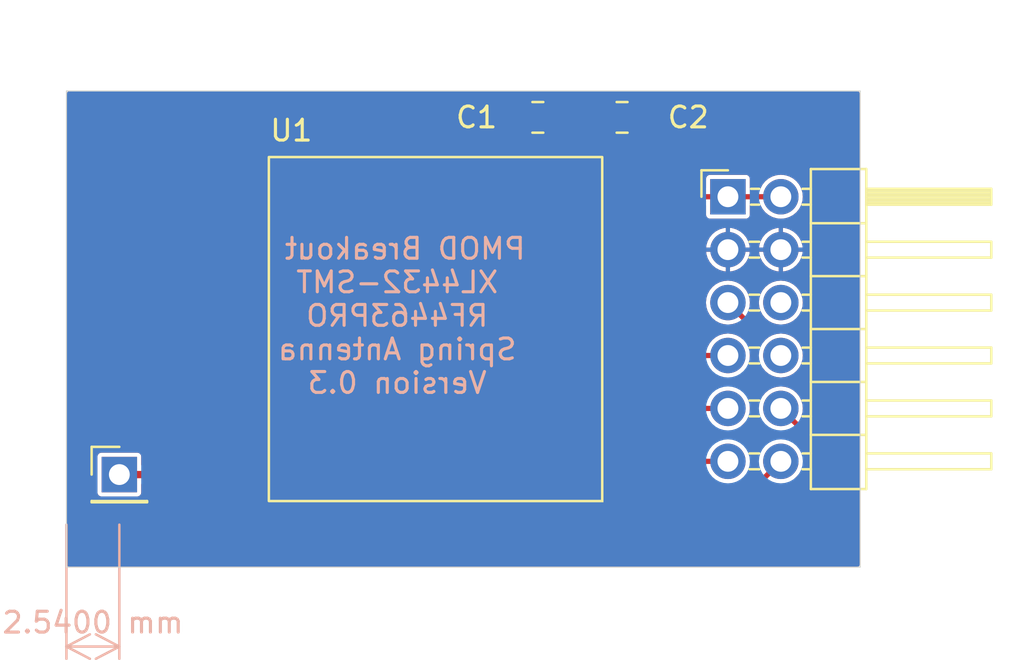
<source format=kicad_pcb>
(kicad_pcb (version 20221018) (generator pcbnew)
  (layers (0 "F.Cu" signal) (31 "B.Cu" signal) (34 "B.Paste" user) (35 "F.Paste" user) (36 "B.SilkS" user "B.Silkscreen") (37 "F.SilkS" user "F.Silkscreen") (38 "B.Mask" user) (39 "F.Mask" user) (44 "Edge.Cuts" user))
  (net 0 "")
  (net 1 "GND")
  (net 2 "nRESET")
  (net 3 "nCS")
  (net 4 "SCK")
  (net 5 "MOSI")
  (net 6 "MISO")
  (net 7 "VCC")
  (net 10 "Net-(J2-Pin_1)")
  (net 13 "IRQ")
  (footprint "Connector_PinHeader_2.54mm:PinHeader_2x06_P2.54mm_Horizontal" (layer "F.Cu") (at 149.86 43.18)
    (fp_text reference "J1" hide)
    (fp_text value "Conn_02x06_Odd_Even")
    (fp_line (start -1.27 -1.27) (end 0 -1.27) (stroke (width 0.12)) (layer "F.SilkS"))
    (fp_line (start -1.27 0) (end -1.27 -1.27) (stroke (width 0.12)) (layer "F.SilkS"))
    (fp_line (start 1.042929 2.16) (end 1.497071 2.16) (stroke (width 0.12)) (layer "F.SilkS"))
    (fp_line (start 1.042929 2.92) (end 1.497071 2.92) (stroke (width 0.12)) (layer "F.SilkS"))
    (fp_line (start 1.042929 4.7) (end 1.497071 4.7) (stroke (width 0.12)) (layer "F.SilkS"))
    (fp_line (start 1.042929 5.46) (end 1.497071 5.46) (stroke (width 0.12)) (layer "F.SilkS"))
    (fp_line (start 1.042929 7.24) (end 1.497071 7.24) (stroke (width 0.12)) (layer "F.SilkS"))
    (fp_line (start 1.042929 8) (end 1.497071 8) (stroke (width 0.12)) (layer "F.SilkS"))
    (fp_line (start 1.042929 9.78) (end 1.497071 9.78) (stroke (width 0.12)) (layer "F.SilkS"))
    (fp_line (start 1.042929 10.54) (end 1.497071 10.54) (stroke (width 0.12)) (layer "F.SilkS"))
    (fp_line (start 1.042929 12.32) (end 1.497071 12.32) (stroke (width 0.12)) (layer "F.SilkS"))
    (fp_line (start 1.042929 13.08) (end 1.497071 13.08) (stroke (width 0.12)) (layer "F.SilkS"))
    (fp_line (start 1.11 -0.38) (end 1.497071 -0.38) (stroke (width 0.12)) (layer "F.SilkS"))
    (fp_line (start 1.11 0.38) (end 1.497071 0.38) (stroke (width 0.12)) (layer "F.SilkS"))
    (fp_line (start 3.582929 -0.38) (end 3.98 -0.38) (stroke (width 0.12)) (layer "F.SilkS"))
    (fp_line (start 3.582929 0.38) (end 3.98 0.38) (stroke (width 0.12)) (layer "F.SilkS"))
    (fp_line (start 3.582929 2.16) (end 3.98 2.16) (stroke (width 0.12)) (layer "F.SilkS"))
    (fp_line (start 3.582929 2.92) (end 3.98 2.92) (stroke (width 0.12)) (layer "F.SilkS"))
    (fp_line (start 3.582929 4.7) (end 3.98 4.7) (stroke (width 0.12)) (layer "F.SilkS"))
    (fp_line (start 3.582929 5.46) (end 3.98 5.46) (stroke (width 0.12)) (layer "F.SilkS"))
    (fp_line (start 3.582929 7.24) (end 3.98 7.24) (stroke (width 0.12)) (layer "F.SilkS"))
    (fp_line (start 3.582929 8) (end 3.98 8) (stroke (width 0.12)) (layer "F.SilkS"))
    (fp_line (start 3.582929 9.78) (end 3.98 9.78) (stroke (width 0.12)) (layer "F.SilkS"))
    (fp_line (start 3.582929 10.54) (end 3.98 10.54) (stroke (width 0.12)) (layer "F.SilkS"))
    (fp_line (start 3.582929 12.32) (end 3.98 12.32) (stroke (width 0.12)) (layer "F.SilkS"))
    (fp_line (start 3.582929 13.08) (end 3.98 13.08) (stroke (width 0.12)) (layer "F.SilkS"))
    (fp_line (start 3.98 -1.33) (end 3.98 14.03) (stroke (width 0.12)) (layer "F.SilkS"))
    (fp_line (start 3.98 1.27) (end 6.64 1.27) (stroke (width 0.12)) (layer "F.SilkS"))
    (fp_line (start 3.98 3.81) (end 6.64 3.81) (stroke (width 0.12)) (layer "F.SilkS"))
    (fp_line (start 3.98 6.35) (end 6.64 6.35) (stroke (width 0.12)) (layer "F.SilkS"))
    (fp_line (start 3.98 8.89) (end 6.64 8.89) (stroke (width 0.12)) (layer "F.SilkS"))
    (fp_line (start 3.98 11.43) (end 6.64 11.43) (stroke (width 0.12)) (layer "F.SilkS"))
    (fp_line (start 3.98 14.03) (end 6.64 14.03) (stroke (width 0.12)) (layer "F.SilkS"))
    (fp_line (start 6.64 -1.33) (end 3.98 -1.33) (stroke (width 0.12)) (layer "F.SilkS"))
    (fp_line (start 6.64 -0.38) (end 12.64 -0.38) (stroke (width 0.12)) (layer "F.SilkS"))
    (fp_line (start 6.64 -0.32) (end 12.64 -0.32) (stroke (width 0.12)) (layer "F.SilkS"))
    (fp_line (start 6.64 -0.2) (end 12.64 -0.2) (stroke (width 0.12)) (layer "F.SilkS"))
    (fp_line (start 6.64 -0.08) (end 12.64 -0.08) (stroke (width 0.12)) (layer "F.SilkS"))
    (fp_line (start 6.64 0.04) (end 12.64 0.04) (stroke (width 0.12)) (layer "F.SilkS"))
    (fp_line (start 6.64 0.16) (end 12.64 0.16) (stroke (width 0.12)) (layer "F.SilkS"))
    (fp_line (start 6.64 0.28) (end 12.64 0.28) (stroke (width 0.12)) (layer "F.SilkS"))
    (fp_line (start 6.64 2.16) (end 12.64 2.16) (stroke (width 0.12)) (layer "F.SilkS"))
    (fp_line (start 6.64 4.7) (end 12.64 4.7) (stroke (width 0.12)) (layer "F.SilkS"))
    (fp_line (start 6.64 7.24) (end 12.64 7.24) (stroke (width 0.12)) (layer "F.SilkS"))
    (fp_line (start 6.64 9.78) (end 12.64 9.78) (stroke (width 0.12)) (layer "F.SilkS"))
    (fp_line (start 6.64 12.32) (end 12.64 12.32) (stroke (width 0.12)) (layer "F.SilkS"))
    (fp_line (start 6.64 14.03) (end 6.64 -1.33) (stroke (width 0.12)) (layer "F.SilkS"))
    (fp_line (start 12.64 -0.38) (end 12.64 0.38) (stroke (width 0.12)) (layer "F.SilkS"))
    (fp_line (start 12.64 0.38) (end 6.64 0.38) (stroke (width 0.12)) (layer "F.SilkS"))
    (fp_line (start 12.64 2.16) (end 12.64 2.92) (stroke (width 0.12)) (layer "F.SilkS"))
    (fp_line (start 12.64 2.92) (end 6.64 2.92) (stroke (width 0.12)) (layer "F.SilkS"))
    (fp_line (start 12.64 4.7) (end 12.64 5.46) (stroke (width 0.12)) (layer "F.SilkS"))
    (fp_line (start 12.64 5.46) (end 6.64 5.46) (stroke (width 0.12)) (layer "F.SilkS"))
    (fp_line (start 12.64 7.24) (end 12.64 8) (stroke (width 0.12)) (layer "F.SilkS"))
    (fp_line (start 12.64 8) (end 6.64 8) (stroke (width 0.12)) (layer "F.SilkS"))
    (fp_line (start 12.64 9.78) (end 12.64 10.54) (stroke (width 0.12)) (layer "F.SilkS"))
    (fp_line (start 12.64 10.54) (end 6.64 10.54) (stroke (width 0.12)) (layer "F.SilkS"))
    (fp_line (start 12.64 12.32) (end 12.64 13.08) (stroke (width 0.12)) (layer "F.SilkS"))
    (fp_line (start 12.64 13.08) (end 6.64 13.08) (stroke (width 0.12)) (layer "F.SilkS"))
    (pad "1" thru_hole rect (at 0 0) (size 1.7 1.7) (drill 1) (layers "*.Cu" "*.Mask") (net 7 "VCC"))
    (pad "2" thru_hole oval (at 2.54 0) (size 1.7 1.7) (drill 1) (layers "*.Cu" "*.Mask") (net 7 "VCC"))
    (pad "3" thru_hole oval (at 0 2.54) (size 1.7 1.7) (drill 1) (layers "*.Cu" "*.Mask") (net 1 "GND"))
    (pad "4" thru_hole oval (at 2.54 2.54) (size 1.7 1.7) (drill 1) (layers "*.Cu" "*.Mask") (net 1 "GND"))
    (pad "5" thru_hole oval (at 0 5.08) (size 1.7 1.7) (drill 1) (layers "*.Cu" "*.Mask") (net 4 "SCK"))
    (pad "6" thru_hole oval (at 2.54 5.08) (size 1.7 1.7) (drill 1) (layers "*.Cu" "*.Mask"))
    (pad "7" thru_hole oval (at 0 7.62) (size 1.7 1.7) (drill 1) (layers "*.Cu" "*.Mask") (net 6 "MISO"))
    (pad "8" thru_hole oval (at 2.54 7.62) (size 1.7 1.7) (drill 1) (layers "*.Cu" "*.Mask"))
    (pad "9" thru_hole oval (at 0 10.16) (size 1.7 1.7) (drill 1) (layers "*.Cu" "*.Mask") (net 5 "MOSI"))
    (pad "10" thru_hole oval (at 2.54 10.16) (size 1.7 1.7) (drill 1) (layers "*.Cu" "*.Mask") (net 2 "nRESET"))
    (pad "11" thru_hole oval (at 0 12.7) (size 1.7 1.7) (drill 1) (layers "*.Cu" "*.Mask") (net 3 "nCS"))
    (pad "12" thru_hole oval (at 2.54 12.7) (size 1.7 1.7) (drill 1) (layers "*.Cu" "*.Mask") (net 13 "IRQ"))
  )
  (footprint "AvS_Modules:AS4432-SMD" (layer "F.Cu") (at 135.89 50.165 180)
    (fp_text reference "U1" (at 6.985 10.16 unlocked) (layer "F.SilkS"))
    (fp_text value "AS4432-SMD")
    (fp_rect (start -7.9365 -7.62) (end 8.0635 8.89) (stroke (width 0.12)) (fill none) (layer "F.SilkS"))
    (pad "1" smd roundrect (at -8.25 7.62 180) (size 2 1) (layers "F.Cu" "F.Paste" "F.Mask") (net 1 "GND"))
    (pad "2" smd roundrect (at -8.25 6.35 180) (size 2 1) (layers "F.Cu" "F.Paste" "F.Mask"))
    (pad "3" smd roundrect (at -8.25 5.08 180) (size 2 1) (layers "F.Cu" "F.Paste" "F.Mask"))
    (pad "4" smd roundrect (at -8.25 3.81 180) (size 2 1) (layers "F.Cu" "F.Paste" "F.Mask"))
    (pad "5" smd roundrect (at -8.25 2.54 180) (size 2 1) (layers "F.Cu" "F.Paste" "F.Mask") (net 7 "VCC"))
    (pad "6" smd roundrect (at -8.25 1.27 180) (size 2 1) (layers "F.Cu" "F.Paste" "F.Mask") (net 6 "MISO"))
    (pad "7" smd roundrect (at -8.25 0 180) (size 2 1) (layers "F.Cu" "F.Paste" "F.Mask") (net 5 "MOSI"))
    (pad "8" smd roundrect (at -8.25 -1.27 180) (size 2 1) (layers "F.Cu" "F.Paste" "F.Mask") (net 4 "SCK"))
    (pad "9" smd roundrect (at -8.25 -2.54 180) (size 2 1) (layers "F.Cu" "F.Paste" "F.Mask") (net 3 "nCS"))
    (pad "10" smd roundrect (at -8.25 -3.81 180) (size 2 1) (layers "F.Cu" "F.Paste" "F.Mask") (net 13 "IRQ"))
    (pad "11" smd roundrect (at -8.25 -5.08 180) (size 2 1) (layers "F.Cu" "F.Paste" "F.Mask") (net 2 "nRESET"))
    (pad "12" smd roundrect (at -8.25 -6.35 180) (size 2 1) (layers "F.Cu" "F.Paste" "F.Mask") (net 1 "GND"))
    (pad "13" smd roundrect (at 8.25 -6.35 180) (size 2 1) (layers "F.Cu" "F.Paste" "F.Mask") (net 10 "Net-(J2-Pin_1)"))
    (pad "14" smd roundrect (at 8.25 -5.08 180) (size 2 1) (layers "F.Cu" "F.Paste" "F.Mask") (net 1 "GND"))
  )
  (footprint "Capacitor_SMD:C_0805_2012Metric_Pad1.18x1.45mm_HandSolder" (layer "F.Cu") (at 140.7375 39.37 180)
    (fp_text reference "C1" (at 2.9425 0) (layer "F.SilkS"))
    (fp_text value "C_Small")
    (fp_line (start -0.261252 -0.735) (end 0.261252 -0.735) (stroke (width 0.12)) (layer "F.SilkS"))
    (fp_line (start -0.261252 0.735) (end 0.261252 0.735) (stroke (width 0.12)) (layer "F.SilkS"))
    (pad "1" smd roundrect (at -1.0375 0 180) (size 1.175 1.45) (layers "F.Cu" "F.Paste" "F.Mask") (roundrect_rratio 0.2127659574) (net 7 "VCC"))
    (pad "2" smd roundrect (at 1.0375 0 180) (size 1.175 1.45) (layers "F.Cu" "F.Paste" "F.Mask") (roundrect_rratio 0.2127659574) (net 1 "GND"))
  )
  (footprint "Capacitor_SMD:C_0805_2012Metric_Pad1.18x1.45mm_HandSolder" (layer "F.Cu") (at 144.78 39.37)
    (fp_text reference "C2" (at 3.175 0) (layer "F.SilkS"))
    (fp_text value "C_Small")
    (fp_line (start -0.261252 -0.735) (end 0.261252 -0.735) (stroke (width 0.12)) (layer "F.SilkS"))
    (fp_line (start -0.261252 0.735) (end 0.261252 0.735) (stroke (width 0.12)) (layer "F.SilkS"))
    (pad "1" smd roundrect (at -1.0375 0) (size 1.175 1.45) (layers "F.Cu" "F.Paste" "F.Mask") (roundrect_rratio 0.2127659574) (net 7 "VCC"))
    (pad "2" smd roundrect (at 1.0375 0) (size 1.175 1.45) (layers "F.Cu" "F.Paste" "F.Mask") (roundrect_rratio 0.2127659574) (net 1 "GND"))
  )
  (footprint "Connector_PinHeader_2.54mm:PinHeader_1x01_P2.54mm_Vertical" (layer "F.Cu") (at 120.65 56.515)
    (fp_text reference "J2" hide)
    (fp_text value "Conn_01x01")
    (fp_line (start -1.33 -1.33) (end 0 -1.33) (stroke (width 0.12)) (layer "F.SilkS"))
    (fp_line (start -1.33 0) (end -1.33 -1.33) (stroke (width 0.12)) (layer "F.SilkS"))
    (fp_line (start -1.33 1.27) (end -1.33 1.33) (stroke (width 0.12)) (layer "F.SilkS"))
    (fp_line (start -1.33 1.27) (end 1.33 1.27) (stroke (width 0.12)) (layer "F.SilkS"))
    (fp_line (start -1.33 1.33) (end 1.33 1.33) (stroke (width 0.12)) (layer "F.SilkS"))
    (fp_line (start 1.33 1.27) (end 1.33 1.33) (stroke (width 0.12)) (layer "F.SilkS"))
    (pad "1" thru_hole rect (at 0 0) (size 1.7 1.7) (drill 1) (layers "*.Cu" "*.Mask") (net 10 "Net-(J2-Pin_1)"))
  )
  (gr_rect (start 118.11 38.1) (end 156.21 60.96) (stroke (width 0.05)) (fill none) (layer "Edge.Cuts"))
  (gr_text "PMOD Breakout \nXL4432-SMT\nRF4463PRO\nSpring Antenna\nVersion 0.3" (at 133.985 48.895) (layer "B.SilkS") (effects (font (size 1 1)) (justify mirror)))
  (dimension (type aligned) (layer "B.SilkS") (pts (xy 120.65 58.42) (xy 118.11 58.42)) (height -6.35) (gr_text "2,5400 mm" (at 119.38 63.62) (layer "B.SilkS") (effects (font (size 1 1) (thickness 0.15)))) (format (prefix "") (suffix "") (units 3) (units_format 1) (precision 4)) (style (thickness 0.12) (arrow_length 1.27) (text_position_mode 0) (extension_height 0.58642) (extension_offset 0.5) keep_text_aligned))
  (segment (start 153.67 54.61) (end 152.4 53.34) (width 0.25) (layer "F.Cu") (net 2))
  (segment (start 153.67 56.271701) (end 153.67 54.61) (width 0.25) (layer "F.Cu") (net 2))
  (segment (start 147.955 58.42) (end 151.521701 58.42) (width 0.25) (layer "F.Cu") (net 2))
  (segment (start 151.521701 58.42) (end 153.67 56.271701) (width 0.25) (layer "F.Cu") (net 2))
  (segment (start 144.14 55.245) (end 144.78 55.245) (width 0.25) (layer "F.Cu") (net 2))
  (segment (start 144.78 55.245) (end 147.955 58.42) (width 0.25) (layer "F.Cu") (net 2))
  (segment (start 144.78 52.705) (end 144.14 52.705) (width 0.25) (layer "F.Cu") (net 3))
  (segment (start 147.955 55.88) (end 144.78 52.705) (width 0.25) (layer "F.Cu") (net 3))
  (segment (start 149.86 55.88) (end 147.955 55.88) (width 0.25) (layer "F.Cu") (net 3))
  (segment (start 144.14 51.435) (end 144.78 51.435) (width 0.25) (layer "F.Cu") (net 4))
  (segment (start 150.251701 54.61) (end 151.035 53.826701) (width 0.25) (layer "F.Cu") (net 4))
  (segment (start 151.035 53.826701) (end 151.035 49.435) (width 0.25) (layer "F.Cu") (net 4))
  (segment (start 144.78 51.435) (end 147.955 54.61) (width 0.25) (layer "F.Cu") (net 4))
  (segment (start 147.955 54.61) (end 150.251701 54.61) (width 0.25) (layer "F.Cu") (net 4))
  (segment (start 151.035 49.435) (end 149.86 48.26) (width 0.25) (layer "F.Cu") (net 4))
  (segment (start 144.78 50.165) (end 144.14 50.165) (width 0.25) (layer "F.Cu") (net 5))
  (segment (start 149.86 53.34) (end 147.955 53.34) (width 0.25) (layer "F.Cu") (net 5))
  (segment (start 147.955 53.34) (end 144.78 50.165) (width 0.25) (layer "F.Cu") (net 5))
  (segment (start 147.955 50.8) (end 146.05 48.895) (width 0.25) (layer "F.Cu") (net 6))
  (segment (start 149.86 50.8) (end 147.955 50.8) (width 0.25) (layer "F.Cu") (net 6))
  (segment (start 146.05 48.895) (end 144.14 48.895) (width 0.25) (layer "F.Cu") (net 6))
  (segment (start 143.596827 47.625) (end 141.775 45.803173) (width 0.25) (layer "F.Cu") (net 7))
  (segment (start 147.5525 43.18) (end 149.86 43.18) (width 0.25) (layer "F.Cu") (net 7))
  (segment (start 143.7425 39.37) (end 147.5525 43.18) (width 0.25) (layer "F.Cu") (net 7))
  (segment (start 141.775 39.37) (end 143.7425 39.37) (width 0.25) (layer "F.Cu") (net 7))
  (segment (start 149.86 43.18) (end 152.4 43.18) (width 0.25) (layer "F.Cu") (net 7))
  (segment (start 141.775 45.803173) (end 141.775 39.37) (width 0.25) (layer "F.Cu") (net 7))
  (segment (start 144.14 47.625) (end 143.596827 47.625) (width 0.25) (layer "F.Cu") (net 7))
  (segment (start 127.64 56.515) (end 120.65 56.515) (width 0.35) (layer "F.Cu") (net 10))
  (segment (start 144.78 53.975) (end 147.955 57.15) (width 0.25) (layer "F.Cu") (net 13))
  (segment (start 144.14 53.975) (end 144.78 53.975) (width 0.25) (layer "F.Cu") (net 13))
  (segment (start 151.13 57.15) (end 152.4 55.88) (width 0.25) (layer "F.Cu") (net 13))
  (segment (start 147.955 57.15) (end 151.13 57.15) (width 0.25) (layer "F.Cu") (net 13))
  (zone (net 1) (net_name "GND") (layers "F&B.Cu") (connect_pads (clearance 0.2)) (min_thickness 0.2) (fill yes (thermal_gap 0.2) (thermal_bridge_width 0.2))
    (polygon (pts (xy 157.48 60.96) (xy 118.11 60.96) (xy 118.11 38.1) (xy 157.48 38.1)))
  )
)
</source>
